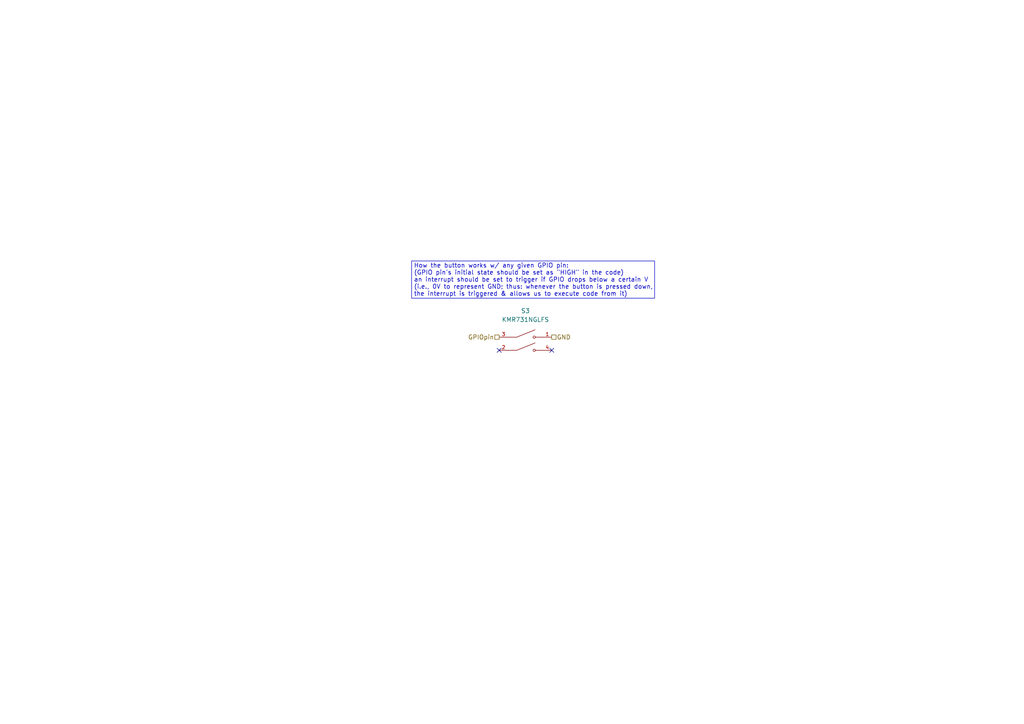
<source format=kicad_sch>
(kicad_sch (version 20231120) (generator "eeschema") (generator_version "8.0")
  (paper "A4")
  (title_block (title "2CH 1MS/s 12b 50kHz 5V Oscope w/320x240 TFT & ESP32") (date "2025-02-26") (rev "1") (company "Group 15"))
  (lib_symbols
    (symbol "KMR731NGLFS:KMR731NGLFS" (pin_names (offset 1.016))
      (property "Reference" "S" (at -2.54 2.54 0))
      (property "Value" "KMR731NGLFS" (at -7.62 -5.08 0))
      (symbol "KMR731NGLFS_0_0"
        (polyline (pts (xy -2.54 -3.81) (xy -5.08 -3.81)) (stroke (width 0.1524)))
        (polyline (pts (xy -2.54 -3.81) (xy 2.794 -1.6764)) (stroke (width 0.1524)))
        (polyline (pts (xy -2.54 0) (xy -5.08 0)) (stroke (width 0.1524)))
        (polyline (pts (xy -2.54 0) (xy 2.794 2.1336)) (stroke (width 0.1524)))
        (polyline (pts (xy 5.08 -3.81) (xy 2.921 -3.81)) (stroke (width 0.1524)))
        (polyline (pts (xy 5.08 0) (xy 2.921 0)) (stroke (width 0.1524)))
        (circle (center 2.54 -3.81) (radius 0.3302) (stroke (width 0.1524)))
        (circle (center 2.54 0) (radius 0.3302) (stroke (width 0.1524)))
        (pin passive line (at 7.62 0 180) (length 2.54) (name "~") (number "1"))
        (pin passive line (at -7.62 0 0) (length 2.54) (name "~") (number "3"))
      )
      (symbol "KMR731NGLFS_1_0"
        (pin passive line (at -7.62 -3.81 0) (length 2.54) (name "~") (number "2"))
        (pin passive line (at 7.62 -3.81 180) (length 2.54) (name "~") (number "4"))
      )
    )
  )
  (no_connect (at 144.78 101.6))
  (no_connect (at 160.02 101.6))
  (rectangle (start 119.38 75.692) (end 189.865 86.487))
  (text "How the button works w/ any given GPIO pin:\n(GPIO pin's initial state should be set as \"HIGH\" in the code)\nan interrupt should be set to trigger if GPIO drops below a certain V\n(i.e., 0V to represent GND; thus: whenever the button is pressed down,\nthe interrupt is triggered & allows us to execute code from it)" (at 120.015 81.28 0) (effects (font (size 1.27 1.27)) (justify left)))
  (hierarchical_label "GPIOpin" (shape passive) (at 144.78 97.79 180))
  (hierarchical_label "GND" (shape passive) (at 160.02 97.79 0))
  (symbol (lib_id "KMR731NGLFS:KMR731NGLFS") (at 152.4 97.79 0) (unit 1)
    (property "Reference" "S3" (at 152.4 90.17 0))
    (property "Value" "KMR731NGLFS" (at 152.4 92.71 0))
    (property "Footprint" "jd2Oscope_Footprints:SW_KMR731NGLFS" (effects (hide yes)))
    (property "MF" "C&K" (effects (hide yes)))
    (property "MAXIMUM_PACKAGE_HEIGHT" "2.5 mm" (effects (hide yes)))
    (property "Package" "None" (effects (hide yes)))
    (property "Price" "None" (effects (hide yes)))
    (property "Check_prices" "https://www.snapeda.com/parts/KMR731NGLFS/C%2526K/view-part/?ref=eda" (effects (hide yes)))
    (property "STANDARD" "Manufacturer Recommendations" (effects (hide yes)))
    (property "PARTREV" "N/A" (effects (hide yes)))
    (property "SnapEDA_Link" "https://www.snapeda.com/parts/KMR731NGLFS/C%2526K/view-part/?ref=snap" (effects (hide yes)))
    (property "MP" "KMR731NGLFS" (effects (hide yes)))
    (property "Description_1" "\n                        \n                            Tactile Switch SPST-NO Top Actuated Surface Mount\n                        \n" (effects (hide yes)))
    (property "Availability" "In Stock" (effects (hide yes)))
    (property "MANUFACTURER" "C&K" (effects (hide yes)))
    (instances (project "jd2oscope" (path "" (reference "S3") (unit 1)) (path "" (reference "S2") (unit 1)) (path "" (reference "S4") (unit 1))))
  )
)
</source>
